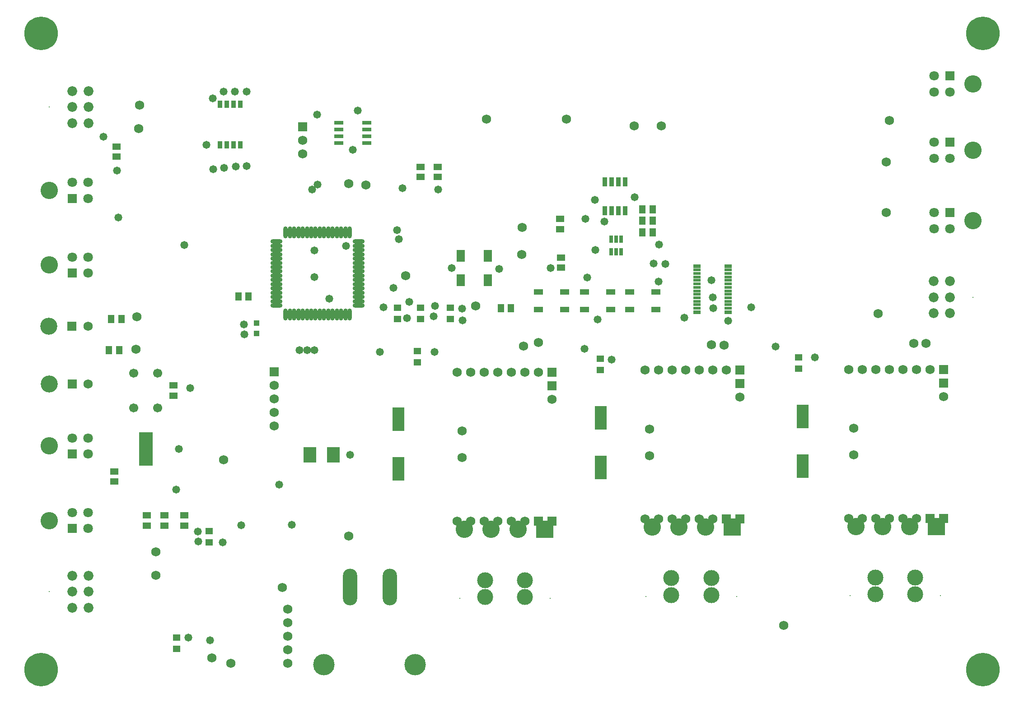
<source format=gbr>
%TF.GenerationSoftware,Altium Limited,Altium Designer,20.1.14 (287)*%
G04 Layer_Color=8388736*
%FSLAX25Y25*%
%MOIN*%
%TF.SameCoordinates,420D9B4C-C7A0-47ED-81AF-82C992674030*%
%TF.FilePolarity,Negative*%
%TF.FileFunction,Soldermask,Top*%
%TF.Part,Single*%
G01*
G75*
%TA.AperFunction,SMDPad,CuDef*%
%ADD22R,0.03937X0.03937*%
%TA.AperFunction,NonConductor*%
%ADD64R,0.10000X0.25000*%
%TA.AperFunction,SMDPad,CuDef*%
%ADD65R,0.06312X0.04934*%
%ADD66R,0.04934X0.06312*%
%TA.AperFunction,ComponentPad*%
%ADD69C,0.12808*%
%ADD70C,0.07119*%
%ADD71R,0.07119X0.07119*%
%ADD72C,0.05800*%
%ADD73C,0.06800*%
%ADD74R,0.12800X0.12800*%
%ADD75C,0.12800*%
%ADD76R,0.06800X0.06800*%
%ADD77O,0.10700X0.27100*%
%ADD78C,0.15800*%
%ADD79C,0.11784*%
%ADD80C,0.00800*%
%ADD81C,0.07217*%
%ADD82C,0.06698*%
%ADD83R,0.06824X0.06824*%
%ADD84C,0.06824*%
%ADD85C,0.12611*%
%ADD86C,0.04600*%
%ADD87R,0.04600X0.04600*%
%ADD88C,0.06902*%
%ADD89R,0.06902X0.06902*%
%TA.AperFunction,ViaPad*%
%ADD90C,0.05800*%
%ADD91C,0.24800*%
%TA.AperFunction,SMDPad,CuDef*%
%ADD96R,0.06706X0.04343*%
%ADD97R,0.05524X0.05131*%
%ADD98R,0.03792X0.05800*%
%ADD99O,0.03162X0.08871*%
%ADD100O,0.08871X0.03162*%
%ADD101R,0.03359X0.06804*%
%ADD102R,0.05715X0.01975*%
%ADD103R,0.05715X0.02762*%
%ADD104R,0.09068X0.17729*%
%ADD105R,0.09300X0.11599*%
%ADD106R,0.05918X0.09068*%
%ADD107R,0.03156X0.05518*%
%ADD108R,0.06706X0.03162*%
D22*
X174000Y263063D02*
D03*
Y270937D02*
D03*
D64*
X92322Y178028D02*
D03*
D65*
X69000Y153760D02*
D03*
Y161240D02*
D03*
X106000Y121260D02*
D03*
Y128740D02*
D03*
X93000Y121260D02*
D03*
Y128740D02*
D03*
X398500Y311760D02*
D03*
Y319240D02*
D03*
X112500Y224740D02*
D03*
Y217260D02*
D03*
X398000Y340260D02*
D03*
Y347740D02*
D03*
X70500Y393760D02*
D03*
Y401240D02*
D03*
X295000Y378760D02*
D03*
Y386240D02*
D03*
X307500Y378760D02*
D03*
Y386240D02*
D03*
X120500Y128740D02*
D03*
Y121260D02*
D03*
D66*
X354260Y282000D02*
D03*
X361740D02*
D03*
X66760Y274000D02*
D03*
X74240D02*
D03*
X65020Y251000D02*
D03*
X72500D02*
D03*
X466240Y338000D02*
D03*
X458760D02*
D03*
X458760Y346500D02*
D03*
X466240D02*
D03*
Y355000D02*
D03*
X458760D02*
D03*
X168000Y290500D02*
D03*
X160520D02*
D03*
D69*
X20856Y313819D02*
D03*
Y368895D02*
D03*
Y180093D02*
D03*
Y125017D02*
D03*
X702644Y447500D02*
D03*
Y398594D02*
D03*
Y346500D02*
D03*
D70*
X49675Y319724D02*
D03*
Y307913D02*
D03*
X37864Y319724D02*
D03*
Y374800D02*
D03*
X49675Y362989D02*
D03*
Y374800D02*
D03*
Y185998D02*
D03*
Y174187D02*
D03*
X37864Y185998D02*
D03*
X49675Y130923D02*
D03*
Y119112D02*
D03*
X37864Y130923D02*
D03*
X685636Y441595D02*
D03*
X673825Y453406D02*
D03*
Y441595D02*
D03*
X685636Y392689D02*
D03*
X673825Y404500D02*
D03*
Y392689D02*
D03*
X685636Y340595D02*
D03*
X673825Y352406D02*
D03*
Y340595D02*
D03*
D71*
X37864Y307913D02*
D03*
Y362989D02*
D03*
Y174187D02*
D03*
Y119112D02*
D03*
X685636Y453406D02*
D03*
Y404500D02*
D03*
Y352406D02*
D03*
D72*
X200000Y122000D02*
D03*
X162500Y121500D02*
D03*
D73*
X325500Y171500D02*
D03*
Y191200D02*
D03*
X392000Y214700D02*
D03*
X382000Y234700D02*
D03*
X372000D02*
D03*
X362000D02*
D03*
X352000D02*
D03*
X342000D02*
D03*
X332000D02*
D03*
X322000D02*
D03*
Y124700D02*
D03*
X332000D02*
D03*
X342000D02*
D03*
X352000D02*
D03*
X362000D02*
D03*
X372000D02*
D03*
X149500Y170000D02*
D03*
X452500Y416500D02*
D03*
X242000Y113500D02*
D03*
X472500Y416500D02*
D03*
X563000Y47500D02*
D03*
X85500Y275500D02*
D03*
X614500Y173500D02*
D03*
Y193200D02*
D03*
X681000Y216700D02*
D03*
X671000Y236700D02*
D03*
X661000D02*
D03*
X651000D02*
D03*
X641000D02*
D03*
X631000D02*
D03*
X621000D02*
D03*
X611000D02*
D03*
Y126700D02*
D03*
X621000D02*
D03*
X631000D02*
D03*
X641000D02*
D03*
X651000D02*
D03*
X661000D02*
D03*
X254500Y373000D02*
D03*
X242000Y374000D02*
D03*
X659000Y256000D02*
D03*
X509500Y255000D02*
D03*
X382000Y256500D02*
D03*
X371000Y254000D02*
D03*
X668000Y256000D02*
D03*
X638500Y352500D02*
D03*
Y390000D02*
D03*
X641000Y420500D02*
D03*
X87000Y414500D02*
D03*
X87500Y432000D02*
D03*
X99500Y84500D02*
D03*
Y102000D02*
D03*
X85000Y251500D02*
D03*
X284000Y306000D02*
D03*
X369500Y321500D02*
D03*
X370000Y341500D02*
D03*
X335500Y283500D02*
D03*
X632500Y278000D02*
D03*
X343472Y421500D02*
D03*
X402528D02*
D03*
X519000Y254500D02*
D03*
X510500Y126200D02*
D03*
X500500D02*
D03*
X490500D02*
D03*
X480500D02*
D03*
X470500D02*
D03*
X460500D02*
D03*
Y236200D02*
D03*
X470500D02*
D03*
X480500D02*
D03*
X490500D02*
D03*
X500500D02*
D03*
X510500D02*
D03*
X520500D02*
D03*
X530500Y216200D02*
D03*
X464000Y192700D02*
D03*
Y173000D02*
D03*
X197000Y59500D02*
D03*
Y49500D02*
D03*
Y39500D02*
D03*
Y29500D02*
D03*
Y19500D02*
D03*
X155000D02*
D03*
X193000Y75500D02*
D03*
X141000Y23500D02*
D03*
D74*
X386500Y118700D02*
D03*
X675500Y120700D02*
D03*
X525000Y120200D02*
D03*
D75*
X366800Y118700D02*
D03*
X347100D02*
D03*
X327400D02*
D03*
X655800Y120700D02*
D03*
X636100D02*
D03*
X616400D02*
D03*
X465900Y120200D02*
D03*
X485600D02*
D03*
X505300D02*
D03*
D76*
X392000Y224700D02*
D03*
Y234700D02*
D03*
X382000Y124700D02*
D03*
X392000D02*
D03*
X681000Y226700D02*
D03*
Y236700D02*
D03*
X671000Y126700D02*
D03*
X681000D02*
D03*
X530500Y126200D02*
D03*
X520500D02*
D03*
X530500Y236200D02*
D03*
Y226200D02*
D03*
D77*
X272400Y76000D02*
D03*
X243000D02*
D03*
D78*
X291000Y18500D02*
D03*
X223500D02*
D03*
D79*
X372000Y68500D02*
D03*
Y81020D02*
D03*
X342512Y68500D02*
D03*
Y81020D02*
D03*
X480000Y82520D02*
D03*
Y70000D02*
D03*
X509488Y82520D02*
D03*
Y70000D02*
D03*
X660000Y70500D02*
D03*
Y83020D02*
D03*
X630512Y70500D02*
D03*
Y83020D02*
D03*
D80*
X323811Y67516D02*
D03*
X390701D02*
D03*
X528189Y69016D02*
D03*
X461299D02*
D03*
X611811Y69516D02*
D03*
X678701D02*
D03*
X702500Y290000D02*
D03*
X21000Y430500D02*
D03*
Y72500D02*
D03*
D81*
X685492Y278189D02*
D03*
Y290000D02*
D03*
Y301811D02*
D03*
X673681D02*
D03*
Y290000D02*
D03*
Y278189D02*
D03*
X38008Y442311D02*
D03*
Y430500D02*
D03*
Y418689D02*
D03*
X49819D02*
D03*
Y430500D02*
D03*
Y442311D02*
D03*
X38008Y84311D02*
D03*
Y72500D02*
D03*
Y60689D02*
D03*
X49819D02*
D03*
Y72500D02*
D03*
Y84311D02*
D03*
D82*
X83142Y233795D02*
D03*
Y208205D02*
D03*
X100858D02*
D03*
Y233795D02*
D03*
D83*
X37689Y268500D02*
D03*
X37864Y226057D02*
D03*
D84*
X49500Y268500D02*
D03*
X49675Y226057D02*
D03*
D85*
X20681Y268500D02*
D03*
X20856Y226057D02*
D03*
D86*
X89823Y188028D02*
D03*
X94823D02*
D03*
X89823Y183028D02*
D03*
X94823D02*
D03*
X89823Y178028D02*
D03*
X94823D02*
D03*
X89823Y173028D02*
D03*
X94823D02*
D03*
X89823Y168028D02*
D03*
D87*
X94823D02*
D03*
D88*
X187000Y195000D02*
D03*
Y205000D02*
D03*
Y215000D02*
D03*
Y225000D02*
D03*
X208000Y406000D02*
D03*
Y396000D02*
D03*
D89*
X187000Y235000D02*
D03*
X208000Y416000D02*
D03*
D90*
X475500Y314500D02*
D03*
X305500Y283500D02*
D03*
X539000Y282500D02*
D03*
X470500Y301500D02*
D03*
X511000Y282000D02*
D03*
X510500Y290000D02*
D03*
X265000Y249500D02*
D03*
X139500Y36500D02*
D03*
X190500Y151500D02*
D03*
X416514Y348000D02*
D03*
X430500Y346000D02*
D03*
X557000Y253500D02*
D03*
X227500Y289000D02*
D03*
X216500Y324500D02*
D03*
X61000Y408500D02*
D03*
X71000Y383500D02*
D03*
X72000Y349000D02*
D03*
X120514Y328486D02*
D03*
X114500Y148000D02*
D03*
X275000Y297000D02*
D03*
X125000Y223000D02*
D03*
X326000Y273000D02*
D03*
X267500Y282500D02*
D03*
X325500Y281500D02*
D03*
X285000Y274500D02*
D03*
X304500Y276000D02*
D03*
X286500Y286500D02*
D03*
X218889Y373389D02*
D03*
X215000Y369500D02*
D03*
X425500Y273500D02*
D03*
X418000Y304500D02*
D03*
X308000Y369500D02*
D03*
X279000Y333000D02*
D03*
X277465Y339535D02*
D03*
X281500Y370500D02*
D03*
X240000Y328000D02*
D03*
X248500Y428000D02*
D03*
X245000Y399000D02*
D03*
X218500Y425000D02*
D03*
X142000Y384500D02*
D03*
X150000Y385500D02*
D03*
X158500Y386500D02*
D03*
X166500Y387000D02*
D03*
X391000Y311500D02*
D03*
X424000Y325000D02*
D03*
X467000Y315000D02*
D03*
X471000Y329000D02*
D03*
X423500Y362000D02*
D03*
X453000Y364000D02*
D03*
X216626Y251000D02*
D03*
X211126D02*
D03*
X205626D02*
D03*
X353000Y311000D02*
D03*
X318055Y311555D02*
D03*
X137000Y402500D02*
D03*
X166500Y442000D02*
D03*
X158000D02*
D03*
X149500Y442000D02*
D03*
X141500Y437000D02*
D03*
X116436Y178028D02*
D03*
X216500Y305000D02*
D03*
X131020Y109520D02*
D03*
X148866Y108866D02*
D03*
X130500Y117000D02*
D03*
X123634Y38634D02*
D03*
X243000Y173500D02*
D03*
X522000Y272400D02*
D03*
X489500Y275000D02*
D03*
X509500Y302500D02*
D03*
X585866Y245634D02*
D03*
X436000Y244000D02*
D03*
X416000Y252000D02*
D03*
X305183Y249683D02*
D03*
X165000Y262500D02*
D03*
X164500Y270000D02*
D03*
D91*
X710000Y485000D02*
D03*
X15000D02*
D03*
X710000Y15000D02*
D03*
X15000D02*
D03*
D96*
X381854Y281004D02*
D03*
Y293996D02*
D03*
X401146D02*
D03*
Y281004D02*
D03*
X449354D02*
D03*
Y293996D02*
D03*
X468646D02*
D03*
Y281004D02*
D03*
X435146D02*
D03*
Y293996D02*
D03*
X415854D02*
D03*
Y281004D02*
D03*
D97*
X317000Y273866D02*
D03*
Y282134D02*
D03*
X295000D02*
D03*
Y273866D02*
D03*
X574031Y237366D02*
D03*
Y245634D02*
D03*
X278000Y282134D02*
D03*
Y273866D02*
D03*
X115000Y30366D02*
D03*
Y38634D02*
D03*
X427500Y236232D02*
D03*
Y244500D02*
D03*
X292683Y242049D02*
D03*
Y250317D02*
D03*
X139000Y117134D02*
D03*
Y108866D02*
D03*
D98*
X162000Y432500D02*
D03*
X157000D02*
D03*
X152000D02*
D03*
X147000D02*
D03*
Y402500D02*
D03*
X152000D02*
D03*
X157000D02*
D03*
X162000D02*
D03*
D99*
X195378Y277185D02*
D03*
X198528D02*
D03*
X201677D02*
D03*
X204827D02*
D03*
X207976D02*
D03*
X211126D02*
D03*
X214276D02*
D03*
X217425D02*
D03*
X220575D02*
D03*
X223724D02*
D03*
X226874D02*
D03*
X230024D02*
D03*
X233173D02*
D03*
X236323D02*
D03*
X239472D02*
D03*
X242622D02*
D03*
Y337815D02*
D03*
X239472D02*
D03*
X236323D02*
D03*
X233173D02*
D03*
X230024D02*
D03*
X226874D02*
D03*
X223724D02*
D03*
X220575D02*
D03*
X217425D02*
D03*
X214276D02*
D03*
X211126D02*
D03*
X207976D02*
D03*
X204827D02*
D03*
X201677D02*
D03*
X198528D02*
D03*
X195378D02*
D03*
D100*
X249315Y283878D02*
D03*
Y287028D02*
D03*
Y290177D02*
D03*
Y293327D02*
D03*
Y296476D02*
D03*
Y299626D02*
D03*
Y302776D02*
D03*
Y305925D02*
D03*
Y309075D02*
D03*
Y312224D02*
D03*
Y315374D02*
D03*
Y318524D02*
D03*
Y321673D02*
D03*
Y324823D02*
D03*
Y327972D02*
D03*
Y331122D02*
D03*
X188685D02*
D03*
Y327972D02*
D03*
Y324823D02*
D03*
Y321673D02*
D03*
Y318524D02*
D03*
Y315374D02*
D03*
Y312224D02*
D03*
Y309075D02*
D03*
Y305925D02*
D03*
Y302776D02*
D03*
Y299626D02*
D03*
Y296476D02*
D03*
Y293327D02*
D03*
Y290177D02*
D03*
Y287028D02*
D03*
Y283878D02*
D03*
D101*
X431000Y354000D02*
D03*
X436000D02*
D03*
X441000D02*
D03*
X446000D02*
D03*
Y375165D02*
D03*
X441000D02*
D03*
X436000D02*
D03*
X431000D02*
D03*
D102*
X498984Y287043D02*
D03*
Y284484D02*
D03*
Y281925D02*
D03*
Y289602D02*
D03*
Y292161D02*
D03*
X522016D02*
D03*
Y289602D02*
D03*
Y281925D02*
D03*
Y284484D02*
D03*
Y287043D02*
D03*
Y294721D02*
D03*
Y297280D02*
D03*
Y299839D02*
D03*
Y302398D02*
D03*
Y310075D02*
D03*
Y307516D02*
D03*
Y304957D02*
D03*
X498984D02*
D03*
Y307516D02*
D03*
Y310075D02*
D03*
Y302398D02*
D03*
Y299839D02*
D03*
Y297280D02*
D03*
Y294721D02*
D03*
D103*
X522016Y278972D02*
D03*
Y313028D02*
D03*
X498984D02*
D03*
Y278972D02*
D03*
D104*
X278500Y199807D02*
D03*
Y163193D02*
D03*
X428000Y200807D02*
D03*
Y164193D02*
D03*
X577000Y201807D02*
D03*
Y165193D02*
D03*
D105*
X213299Y173500D02*
D03*
X230701D02*
D03*
D106*
X324500Y320610D02*
D03*
X344500D02*
D03*
Y302500D02*
D03*
X324500D02*
D03*
D107*
X443000Y332949D02*
D03*
X439260D02*
D03*
X435520D02*
D03*
Y323500D02*
D03*
X439260D02*
D03*
X443000D02*
D03*
D108*
X234567Y404000D02*
D03*
Y409000D02*
D03*
Y414000D02*
D03*
Y419000D02*
D03*
X255433D02*
D03*
Y414000D02*
D03*
Y409000D02*
D03*
Y404000D02*
D03*
%TF.MD5,1663f1672bc808d38b56ee8d33928aa1*%
M02*

</source>
